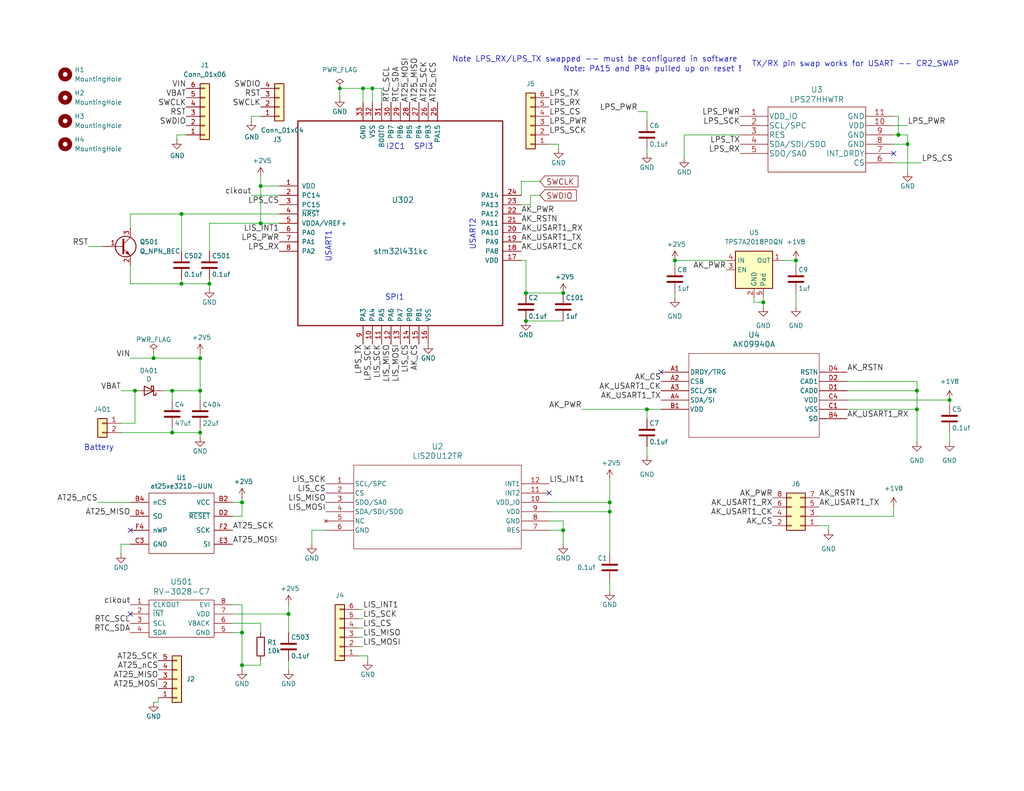
<source format=kicad_sch>
(kicad_sch (version 20231120) (generator "eeschema") (generator_version "8.0")
  (paper "USLetter")
  (title_block (title "Tag with Mag, Accel,Pressure") (date "2025-03-20") (company "IUCS") (comment 1 "Geoffrey Brown"))
  (junction (at 166.37 139.7))
  (junction (at 217.17 71.12))
  (junction (at 49.53 58.42))
  (junction (at 259.08 109.22))
  (junction (at 46.99 118.11))
  (junction (at 66.04 172.72))
  (junction (at 54.61 97.79))
  (junction (at 153.67 144.78))
  (junction (at 92.71 24.13))
  (junction (at 208.28 82.55))
  (junction (at 166.37 137.16))
  (junction (at 143.51 87.63))
  (junction (at 99.06 24.13))
  (junction (at 71.12 50.8))
  (junction (at 250.19 111.76))
  (junction (at 78.74 167.64))
  (junction (at 46.99 106.68))
  (junction (at 49.53 77.47))
  (junction (at 57.15 77.47))
  (junction (at 143.51 80.01))
  (junction (at 245.11 36.83))
  (junction (at 176.53 111.76))
  (junction (at 36.83 106.68))
  (junction (at 247.65 39.37))
  (junction (at 153.67 80.01))
  (junction (at 54.61 106.68))
  (junction (at 101.6 24.13))
  (junction (at 66.04 181.61))
  (junction (at 66.04 137.16))
  (junction (at 41.91 97.79))
  (junction (at 71.12 60.96))
  (junction (at 54.61 118.11))
  (junction (at 250.19 106.68))
  (junction (at 184.15 71.12))
  (no_connect (at 243.84 41.91))
  (no_connect (at 35.56 144.78))
  (no_connect (at 149.86 134.62))
  (no_connect (at 180.34 101.6))
  (no_connect (at 35.56 167.64))
  (wire (pts (xy 66.04 140.97) (xy 66.04 137.16)))
  (wire (pts (xy 176.53 40.64) (xy 176.53 41.91)))
  (wire (pts (xy 66.04 181.61) (xy 66.04 182.88)))
  (wire (pts (xy 243.84 140.97) (xy 243.84 138.43)))
  (wire (pts (xy 63.5 167.64) (xy 78.74 167.64)))
  (wire (pts (xy 35.56 58.42) (xy 49.53 58.42)))
  (wire (pts (xy 97.79 179.07) (xy 100.33 179.07)))
  (wire (pts (xy 243.84 44.45) (xy 251.46 44.45)))
  (wire (pts (xy 41.91 96.52) (xy 41.91 97.79)))
  (wire (pts (xy 85.09 144.78) (xy 85.09 148.59)))
  (wire (pts (xy 54.61 106.68) (xy 54.61 109.22)))
  (wire (pts (xy 92.71 26.67) (xy 92.71 24.13)))
  (wire (pts (xy 71.12 180.34) (xy 71.12 181.61)))
  (wire (pts (xy 49.53 58.42) (xy 49.53 68.58)))
  (wire (pts (xy 143.51 71.12) (xy 143.51 80.01)))
  (wire (pts (xy 217.17 71.12) (xy 217.17 72.39)))
  (wire (pts (xy 250.19 104.14) (xy 250.19 106.68)))
  (wire (pts (xy 176.53 30.48) (xy 176.53 33.02)))
  (wire (pts (xy 149.86 144.78) (xy 153.67 144.78)))
  (wire (pts (xy 97.79 173.99) (xy 99.06 173.99)))
  (wire (pts (xy 78.74 167.64) (xy 78.74 172.72)))
  (wire (pts (xy 259.08 109.22) (xy 259.08 110.49)))
  (wire (pts (xy 71.12 170.18) (xy 71.12 172.72)))
  (wire (pts (xy 243.84 31.75) (xy 245.11 31.75)))
  (wire (pts (xy 49.53 77.47) (xy 57.15 77.47)))
  (wire (pts (xy 245.11 36.83) (xy 247.65 36.83)))
  (wire (pts (xy 46.99 118.11) (xy 54.61 118.11)))
  (wire (pts (xy 243.84 34.29) (xy 247.65 34.29)))
  (wire (pts (xy 71.12 60.96) (xy 76.2 60.96)))
  (wire (pts (xy 250.19 111.76) (xy 250.19 120.65)))
  (wire (pts (xy 99.06 24.13) (xy 99.06 27.94)))
  (wire (pts (xy 71.12 181.61) (xy 66.04 181.61)))
  (wire (pts (xy 57.15 76.2) (xy 57.15 77.47)))
  (wire (pts (xy 180.34 111.76) (xy 176.53 111.76)))
  (wire (pts (xy 100.33 179.07) (xy 100.33 180.34)))
  (wire (pts (xy 142.24 71.12) (xy 143.51 71.12)))
  (wire (pts (xy 71.12 31.75) (xy 68.58 31.75)))
  (wire (pts (xy 33.02 148.59) (xy 33.02 151.13)))
  (wire (pts (xy 66.04 137.16) (xy 66.04 135.89)))
  (wire (pts (xy 153.67 144.78) (xy 153.67 148.59)))
  (wire (pts (xy 149.86 142.24) (xy 153.67 142.24)))
  (wire (pts (xy 231.14 106.68) (xy 250.19 106.68)))
  (wire (pts (xy 101.6 24.13) (xy 104.14 24.13)))
  (wire (pts (xy 208.28 81.28) (xy 208.28 82.55)))
  (wire (pts (xy 97.79 168.91) (xy 99.06 168.91)))
  (wire (pts (xy 57.15 77.47) (xy 57.15 78.74)))
  (wire (pts (xy 68.58 53.34) (xy 76.2 53.34)))
  (wire (pts (xy 33.02 106.68) (xy 36.83 106.68)))
  (wire (pts (xy 173.99 30.48) (xy 176.53 30.48)))
  (wire (pts (xy 33.02 118.11) (xy 46.99 118.11)))
  (wire (pts (xy 46.99 106.68) (xy 46.99 109.22)))
  (wire (pts (xy 54.61 116.84) (xy 54.61 118.11)))
  (wire (pts (xy 35.56 97.79) (xy 41.91 97.79)))
  (wire (pts (xy 76.2 58.42) (xy 49.53 58.42)))
  (wire (pts (xy 35.56 62.23) (xy 35.56 58.42)))
  (wire (pts (xy 35.56 72.39) (xy 35.56 77.47)))
  (wire (pts (xy 71.12 60.96) (xy 57.15 60.96)))
  (wire (pts (xy 99.06 24.13) (xy 101.6 24.13)))
  (wire (pts (xy 97.79 166.37) (xy 99.06 166.37)))
  (wire (pts (xy 43.18 190.5) (xy 43.18 191.77)))
  (wire (pts (xy 43.18 191.77) (xy 41.91 191.77)))
  (wire (pts (xy 46.99 116.84) (xy 46.99 118.11)))
  (wire (pts (xy 54.61 97.79) (xy 54.61 106.68)))
  (wire (pts (xy 104.14 24.13) (xy 104.14 27.94)))
  (wire (pts (xy 231.14 111.76) (xy 250.19 111.76)))
  (wire (pts (xy 44.45 106.68) (xy 46.99 106.68)))
  (wire (pts (xy 158.75 111.76) (xy 176.53 111.76)))
  (wire (pts (xy 166.37 130.81) (xy 166.37 137.16)))
  (wire (pts (xy 142.24 53.34) (xy 142.24 49.53)))
  (wire (pts (xy 63.5 170.18) (xy 71.12 170.18)))
  (wire (pts (xy 186.69 36.83) (xy 186.69 43.18)))
  (wire (pts (xy 50.8 36.83) (xy 48.26 36.83)))
  (wire (pts (xy 153.67 142.24) (xy 153.67 144.78)))
  (wire (pts (xy 63.5 140.97) (xy 66.04 140.97)))
  (wire (pts (xy 63.5 137.16) (xy 66.04 137.16)))
  (wire (pts (xy 88.9 144.78) (xy 85.09 144.78)))
  (wire (pts (xy 152.4 39.37) (xy 152.4 40.64)))
  (wire (pts (xy 243.84 39.37) (xy 247.65 39.37)))
  (wire (pts (xy 226.06 143.51) (xy 226.06 144.78)))
  (wire (pts (xy 36.83 115.57) (xy 33.02 115.57)))
  (wire (pts (xy 176.53 121.92) (xy 176.53 124.46)))
  (wire (pts (xy 92.71 24.13) (xy 99.06 24.13)))
  (wire (pts (xy 184.15 80.01) (xy 184.15 81.28)))
  (wire (pts (xy 71.12 48.26) (xy 71.12 50.8)))
  (wire (pts (xy 205.74 81.28) (xy 205.74 82.55)))
  (wire (pts (xy 208.28 82.55) (xy 208.28 83.82)))
  (wire (pts (xy 142.24 49.53) (xy 147.32 49.53)))
  (wire (pts (xy 247.65 39.37) (xy 247.65 46.99)))
  (wire (pts (xy 36.83 106.68) (xy 36.83 115.57)))
  (wire (pts (xy 57.15 68.58) (xy 57.15 60.96)))
  (wire (pts (xy 149.86 139.7) (xy 166.37 139.7)))
  (wire (pts (xy 247.65 36.83) (xy 247.65 39.37)))
  (wire (pts (xy 97.79 176.53) (xy 99.06 176.53)))
  (wire (pts (xy 66.04 165.1) (xy 66.04 172.72)))
  (wire (pts (xy 63.5 165.1) (xy 66.04 165.1)))
  (wire (pts (xy 71.12 50.8) (xy 71.12 60.96)))
  (wire (pts (xy 24.13 67.31) (xy 27.94 67.31)))
  (wire (pts (xy 143.51 80.01) (xy 153.67 80.01)))
  (wire (pts (xy 144.78 53.34) (xy 147.32 53.34)))
  (wire (pts (xy 149.86 39.37) (xy 152.4 39.37)))
  (wire (pts (xy 35.56 77.47) (xy 49.53 77.47)))
  (wire (pts (xy 68.58 31.75) (xy 68.58 33.02)))
  (wire (pts (xy 223.52 140.97) (xy 243.84 140.97)))
  (wire (pts (xy 78.74 165.1) (xy 78.74 167.64)))
  (wire (pts (xy 231.14 109.22) (xy 259.08 109.22)))
  (wire (pts (xy 97.79 171.45) (xy 99.06 171.45)))
  (wire (pts (xy 166.37 139.7) (xy 166.37 151.13)))
  (wire (pts (xy 49.53 76.2) (xy 49.53 77.47)))
  (wire (pts (xy 66.04 172.72) (xy 66.04 181.61)))
  (wire (pts (xy 63.5 172.72) (xy 66.04 172.72)))
  (wire (pts (xy 198.12 71.12) (xy 184.15 71.12)))
  (wire (pts (xy 54.61 118.11) (xy 54.61 119.38)))
  (wire (pts (xy 250.19 106.68) (xy 250.19 111.76)))
  (wire (pts (xy 71.12 50.8) (xy 76.2 50.8)))
  (wire (pts (xy 54.61 96.52) (xy 54.61 97.79)))
  (wire (pts (xy 78.74 180.34) (xy 78.74 182.88)))
  (wire (pts (xy 231.14 104.14) (xy 250.19 104.14)))
  (wire (pts (xy 213.36 71.12) (xy 217.17 71.12)))
  (wire (pts (xy 166.37 137.16) (xy 166.37 139.7)))
  (wire (pts (xy 223.52 143.51) (xy 226.06 143.51)))
  (wire (pts (xy 243.84 36.83) (xy 245.11 36.83)))
  (wire (pts (xy 149.86 137.16) (xy 166.37 137.16)))
  (wire (pts (xy 35.56 148.59) (xy 33.02 148.59)))
  (wire (pts (xy 176.53 111.76) (xy 176.53 114.3)))
  (wire (pts (xy 166.37 158.75) (xy 166.37 161.29)))
  (wire (pts (xy 26.67 137.16) (xy 35.56 137.16)))
  (wire (pts (xy 101.6 24.13) (xy 101.6 27.94)))
  (wire (pts (xy 184.15 71.12) (xy 184.15 72.39)))
  (wire (pts (xy 201.93 36.83) (xy 186.69 36.83)))
  (wire (pts (xy 142.24 55.88) (xy 144.78 55.88)))
  (wire (pts (xy 48.26 36.83) (xy 48.26 38.1)))
  (wire (pts (xy 217.17 80.01) (xy 217.17 83.82)))
  (wire (pts (xy 205.74 82.55) (xy 208.28 82.55)))
  (wire (pts (xy 144.78 55.88) (xy 144.78 53.34)))
  (wire (pts (xy 245.11 31.75) (xy 245.11 36.83)))
  (wire (pts (xy 259.08 118.11) (xy 259.08 120.65)))
  (wire (pts (xy 153.67 87.63) (xy 143.51 87.63)))
  (wire (pts (xy 46.99 106.68) (xy 54.61 106.68)))
  (wire (pts (xy 41.91 97.79) (xy 54.61 97.79)))
  (text "TX/RX pin swap works for USART -- CR2_SWAP" (at 233.426 17.526 0) (effects (font (size 1.524 1.524))))
  (text "Battery" (at 22.86 123.19 0) (effects (font (size 1.524 1.524)) (justify left bottom)))
  (text "SPI3" (at 115.57 40.132 0) (effects (font (size 1.524 1.524))))
  (text "Note: PA15 and PB4 pulled up on reset !" (at 153.67 19.812 0) (effects (font (size 1.524 1.524)) (justify left bottom)))
  (text "I2C1" (at 107.95 40.132 0) (effects (font (size 1.524 1.524))))
  (text "Note LPS_RX/LPS_TX swapped -- must be configured in software" (at 162.306 16.256 0) (effects (font (size 1.524 1.524))))
  (text "USART2" (at 129.032 64.008 90) (effects (font (size 1.524 1.524))))
  (text "SPI1" (at 107.696 81.28 0) (effects (font (size 1.524 1.524))))
  (text "USART1" (at 89.662 67.31 90) (effects (font (size 1.524 1.524))))
  (label "LIS_CS" (at 111.76 93.98 270) (effects (font (size 1.524 1.524))))
  (label "LPS_RX" (at 201.93 41.91 180) (effects (font (size 1.524 1.524))))
  (label "AT25_nCS" (at 26.67 137.16 180) (effects (font (size 1.524 1.524))))
  (label "AK_USART1_TX" (at 180.34 109.22 180) (effects (font (size 1.524 1.524))))
  (label "SWDIO" (at 50.8 34.29 180) (effects (font (size 1.524 1.524))))
  (label "LPS_CS" (at 149.86 31.75 0) (effects (font (size 1.524 1.524))))
  (label "LPS_PWR" (at 149.86 34.29 0) (effects (font (size 1.524 1.524))))
  (label "AK_USART1_CK" (at 180.34 106.68 180) (effects (font (size 1.524 1.524))))
  (label "RST" (at 71.12 26.67 180) (effects (font (size 1.524 1.524))))
  (label "LIS_INT1" (at 149.86 132.08 0) (effects (font (size 1.524 1.524))))
  (label "SWCLK" (at 50.8 29.21 180) (effects (font (size 1.524 1.524))))
  (label "LIS_CS" (at 99.06 171.45 0) (effects (font (size 1.524 1.524))))
  (label "AT25_SCK" (at 116.84 27.94 90) (effects (font (size 1.524 1.524))))
  (label "AK_USART1_TX" (at 142.24 66.04 0) (effects (font (size 1.524 1.524))))
  (label "RTC_SDA" (at 109.22 27.94 90) (effects (font (size 1.524 1.524))))
  (label "AK_USART1_RX" (at 210.82 138.43 180) (effects (font (size 1.524 1.524))))
  (label "AK_RSTN" (at 142.24 60.96 0) (effects (font (size 1.524 1.524))))
  (label "LPS_TX" (at 149.86 26.67 0) (effects (font (size 1.524 1.524))))
  (label "LPS_PWR" (at 173.99 30.48 180) (effects (font (size 1.524 1.524))))
  (label "LIS_MOSI" (at 109.22 93.98 270) (effects (font (size 1.524 1.524))))
  (label "VIN" (at 50.8 24.13 180) (effects (font (size 1.524 1.524))))
  (label "LPS_SCK" (at 201.93 34.29 180) (effects (font (size 1.524 1.524))))
  (label "AK_USART1_RX" (at 142.24 63.5 0) (effects (font (size 1.524 1.524))))
  (label "LPS_RX" (at 149.86 29.21 0) (effects (font (size 1.524 1.524))))
  (label "AK_CS" (at 180.34 104.14 180) (effects (font (size 1.524 1.524))))
  (label "LIS_INT1" (at 99.06 166.37 0) (effects (font (size 1.524 1.524))))
  (label "LIS_MOSI" (at 88.9 139.7 180) (effects (font (size 1.524 1.524))))
  (label "RTC_SCL" (at 35.56 170.18 180) (effects (font (size 1.524 1.524))))
  (label "AK_USART1_CK" (at 210.82 140.97 180) (effects (font (size 1.524 1.524))))
  (label "AK_CS" (at 210.82 143.51 180) (effects (font (size 1.524 1.524))))
  (label "AT25_MISO" (at 35.56 140.97 180) (effects (font (size 1.524 1.524))))
  (label "AT25_MISO" (at 114.3 27.94 90) (effects (font (size 1.524 1.524))))
  (label "AK_USART1_CK" (at 142.24 68.58 0) (effects (font (size 1.524 1.524))))
  (label "AT25_MISO" (at 43.18 185.42 180) (effects (font (size 1.524 1.524))))
  (label "LIS_INT1" (at 76.2 63.5 180) (effects (font (size 1.524 1.524))))
  (label "AT25_SCK" (at 43.18 180.34 180) (effects (font (size 1.524 1.524))))
  (label "AK_USART1_RX" (at 231.14 114.3 0) (effects (font (size 1.524 1.524))))
  (label "AK_RSTN" (at 231.14 101.6 0) (effects (font (size 1.524 1.524))))
  (label "VBAT" (at 50.8 26.67 180) (effects (font (size 1.524 1.524))))
  (label "LPS_SCK" (at 149.86 36.83 0) (effects (font (size 1.524 1.524))))
  (label "LPS_CS" (at 76.2 55.88 180) (effects (font (size 1.524 1.524))))
  (label "AT25_MOSI" (at 63.5 148.59 0) (effects (font (size 1.524 1.524))))
  (label "LIS_MISO" (at 106.68 93.98 270) (effects (font (size 1.524 1.524))))
  (label "clkout" (at 68.58 53.34 180) (effects (font (size 1.524 1.524))))
  (label "RTC_SCL" (at 106.68 27.94 90) (effects (font (size 1.524 1.524))))
  (label "LIS_MISO" (at 88.9 137.16 180) (effects (font (size 1.524 1.524))))
  (label "AT25_MOSI" (at 43.18 187.96 180) (effects (font (size 1.524 1.524))))
  (label "LPS_TX" (at 201.93 39.37 180) (effects (font (size 1.524 1.524))))
  (label "SWDIO" (at 71.12 24.13 180) (effects (font (size 1.524 1.524))))
  (label "AK_CS" (at 114.3 93.98 270) (effects (font (size 1.524 1.524))))
  (label "AK_RSTN" (at 223.52 135.89 0) (effects (font (size 1.524 1.524))))
  (label "LPS_PWR" (at 201.93 31.75 180) (effects (font (size 1.524 1.524))))
  (label "AK_PWR" (at 142.24 58.42 0) (effects (font (size 1.524 1.524))))
  (label "LPS_RX" (at 76.2 68.58 180) (effects (font (size 1.524 1.524))))
  (label "LPS_PWR" (at 76.2 66.04 180) (effects (font (size 1.524 1.524))))
  (label "AK_PWR" (at 158.75 111.76 180) (effects (font (size 1.524 1.524))))
  (label "RST" (at 24.13 67.31 180) (effects (font (size 1.524 1.524))))
  (label "LPS_TX" (at 99.06 93.98 270) (effects (font (size 1.524 1.524))))
  (label "SWCLK" (at 71.12 29.21 180) (effects (font (size 1.524 1.524))))
  (label "AT25_MOSI" (at 111.76 27.94 90) (effects (font (size 1.524 1.524))))
  (label "LIS_MISO" (at 99.06 173.99 0) (effects (font (size 1.524 1.524))))
  (label "AK_PWR" (at 198.12 73.66 180) (effects (font (size 1.524 1.524))))
  (label "AK_USART1_TX" (at 223.52 138.43 0) (effects (font (size 1.524 1.524))))
  (label "RTC_SDA" (at 35.56 172.72 180) (effects (font (size 1.524 1.524))))
  (label "AT25_nCS" (at 43.18 182.88 180) (effects (font (size 1.524 1.524))))
  (label "AK_PWR" (at 210.82 135.89 180) (effects (font (size 1.524 1.524))))
  (label "RST" (at 50.8 31.75 180) (effects (font (size 1.524 1.524))))
  (label "LIS_SCK" (at 99.06 168.91 0) (effects (font (size 1.524 1.524))))
  (label "AT25_nCS" (at 119.38 27.94 90) (effects (font (size 1.524 1.524))))
  (label "LPS_SCK" (at 101.6 93.98 270) (effects (font (size 1.524 1.524))))
  (label "LIS_MOSI" (at 99.06 176.53 0) (effects (font (size 1.524 1.524))))
  (label "VIN" (at 35.56 97.79 180) (effects (font (size 1.524 1.524))))
  (label "LIS_SCK" (at 104.14 93.98 270) (effects (font (size 1.524 1.524))))
  (label "LPS_PWR" (at 247.65 34.29 0) (effects (font (size 1.524 1.524))))
  (label "AT25_SCK" (at 63.5 144.78 0) (effects (font (size 1.524 1.524))))
  (label "LIS_SCK" (at 88.9 132.08 180) (effects (font (size 1.524 1.524))))
  (label "clkout" (at 35.56 165.1 180) (effects (font (size 1.524 1.524))))
  (label "LIS_CS" (at 88.9 134.62 180) (effects (font (size 1.524 1.524))))
  (label "LPS_CS" (at 251.46 44.45 0) (effects (font (size 1.524 1.524))))
  (label "VBAT" (at 33.02 106.68 180) (effects (font (size 1.524 1.524))))
  (global_label "SWDIO" (shape input) (at 147.32 53.34 0) (effects (font (size 1.524 1.524))) (property "Intersheetrefs" "${INTERSHEET_REFS}" (effects (hide yes))))
  (global_label "SWCLK" (shape input) (at 147.32 49.53 0) (effects (font (size 1.524 1.524))) (property "Intersheetrefs" "${INTERSHEET_REFS}" (effects (hide yes))))
  (symbol (lib_id "PresTag:stm32l432-gpsparts") (at 76.2 50.8 0) (unit 1)
    (property "Reference" "U302" (at 113.03 54.61 0) (effects (font (size 1.524 1.524)) (justify right)))
    (property "Value" "stm32l431kc" (at 116.84 68.58 0) (effects (font (size 1.524 1.524)) (justify right)))
    (property "Footprint" "Package_DFN_QFN:QFN-32-1EP_5x5mm_P0.5mm_EP3.45x3.45mm" (effects (hide yes)))
    (property "MFN" "STMicroelectronics" (effects (hide yes)))
    (property "DISTPN" "511-STM32L431KCU6" (effects (hide yes)))
    (property "MPN" "STM32L431KCU6" (effects (hide yes)))
  )
  (symbol (lib_id "Device:C") (at 49.53 72.39 0) (unit 1)
    (property "Reference" "C502" (at 50.165 69.85 0) (effects (justify left)))
    (property "Value" "0.1uf" (at 50.165 74.93 0) (effects (justify left)))
    (property "Footprint" "Capacitor_SMD:C_0201_0603Metric" (effects (hide yes)))
    (property "Macrofab" "MF-CAP-0402-0.1uF" (effects (hide yes)))
    (property "MFN" "Murata" (effects (hide yes)))
    (property "MPN" "GRM033C81E104KE14D" (effects (hide yes)))
    (property "DISTPN" "490-10403-1-ND" (effects (hide yes)))
  )
  (symbol (lib_id "Device:C") (at 57.15 72.39 0) (unit 1)
    (property "Reference" "C501" (at 57.785 69.85 0) (effects (justify left)))
    (property "Value" "0.1uf" (at 57.785 74.93 0) (effects (justify left)))
    (property "Footprint" "Capacitor_SMD:C_0201_0603Metric" (effects (hide yes)))
    (property "Macrofab" "MF-CAP-0402-0.1uF" (effects (hide yes)))
    (property "MFN" "Murata" (effects (hide yes)))
    (property "MPN" "GRM033C81E104KE14D" (effects (hide yes)))
    (property "DISTPN" "490-10403-1-ND" (effects (hide yes)))
  )
  (symbol (lib_id "Device:Q_NPN_BEC") (at 33.02 67.31 0) (unit 1)
    (property "Reference" "Q501" (at 38.1 66.04 0) (effects (justify left)))
    (property "Value" "Q_NPN_BEC" (at 38.1 68.58 0) (effects (justify left)))
    (property "Footprint" "Package_TO_SOT_SMD:SOT-883" (effects (hide yes)))
    (property "MFN" "Nexperia" (effects (hide yes)))
    (property "MPN" "BC847AMB,315" (effects (hide yes)))
    (property "DISTPN" "1727-2632-1-ND" (effects (hide yes)))
  )
  (symbol (lib_id "Device:C") (at 78.74 176.53 0) (unit 1)
    (property "Reference" "C503" (at 79.375 173.99 0) (effects (justify left)))
    (property "Value" "0.1uf" (at 79.375 179.07 0) (effects (justify left)))
    (property "Footprint" "Capacitor_SMD:C_0201_0603Metric" (effects (hide yes)))
    (property "MFN" "Murata" (effects (hide yes)))
    (property "MPN" "GRM033C81E104KE14D" (effects (hide yes)))
    (property "DISTPN" "490-10403-1-ND" (effects (hide yes)))
    (property "Macrofab" "MF-CAP-0402-0.1uF" (effects (hide yes)))
  )
  (symbol (lib_name "GND_3") (lib_id "power:GND") (at 33.02 151.13 0) (unit 1)
    (property "Reference" "#PWR0102" (effects (hide yes)))
    (property "Value" "GND" (at 33.02 154.94 0))
    (property "Description" "Power symbol creates a global label with name \"GND\" , ground" (effects (hide yes)))
  )
  (symbol (lib_name "GND_5") (lib_id "power:GND") (at 57.15 78.74 0) (unit 1)
    (property "Reference" "#PWR0109" (effects (hide yes)))
    (property "Value" "GND" (at 57.15 82.55 0))
    (property "Description" "Power symbol creates a global label with name \"GND\" , ground" (effects (hide yes)))
  )
  (symbol (lib_name "GND_9") (lib_id "power:GND") (at 116.84 93.98 0) (unit 1)
    (property "Reference" "#PWR0103" (effects (hide yes)))
    (property "Value" "GND" (at 116.84 97.79 0))
    (property "Description" "Power symbol creates a global label with name \"GND\" , ground" (effects (hide yes)))
  )
  (symbol (lib_name "+2V5_3") (lib_id "power:+2V5") (at 71.12 48.26 0) (unit 1)
    (property "Reference" "#PWR0105" (effects (hide yes)))
    (property "Value" "+2V5" (at 71.501 43.8658 0))
    (property "Description" "Power symbol creates a global label with name \"+2V5\"" (effects (hide yes)))
  )
  (symbol (lib_id "power:+2V5") (at 153.67 80.01 0) (unit 1)
    (property "Reference" "#PWR0108" (effects (hide yes)))
    (property "Value" "+2V5" (at 154.051 75.6158 0))
    (property "Description" "Power symbol creates a global label with name \"+2V5\"" (effects (hide yes)))
  )
  (symbol (lib_name "GND_4") (lib_id "power:GND") (at 92.71 26.67 0) (unit 1)
    (property "Reference" "#PWR0110" (effects (hide yes)))
    (property "Value" "GND" (at 92.71 30.48 0))
    (property "Description" "Power symbol creates a global label with name \"GND\" , ground" (effects (hide yes)))
  )
  (symbol (lib_name "GND_11") (lib_id "power:GND") (at 66.04 182.88 0) (unit 1)
    (property "Reference" "#PWR0112" (effects (hide yes)))
    (property "Value" "GND" (at 66.04 186.69 0))
    (property "Description" "Power symbol creates a global label with name \"GND\" , ground" (effects (hide yes)))
  )
  (symbol (lib_name "GND_12") (lib_id "power:GND") (at 78.74 182.88 0) (unit 1)
    (property "Reference" "#PWR0113" (effects (hide yes)))
    (property "Value" "GND" (at 78.74 186.69 0))
    (property "Description" "Power symbol creates a global label with name \"GND\" , ground" (effects (hide yes)))
  )
  (symbol (lib_name "+2V5_4") (lib_id "power:+2V5") (at 78.74 165.1 0) (unit 1)
    (property "Reference" "#PWR0114" (effects (hide yes)))
    (property "Value" "+2V5" (at 79.121 160.7058 0))
    (property "Description" "Power symbol creates a global label with name \"+2V5\"" (effects (hide yes)))
  )
  (symbol (lib_name "+2V5_1") (lib_id "power:+2V5") (at 54.61 96.52 0) (unit 1)
    (property "Reference" "#PWR0115" (effects (hide yes)))
    (property "Value" "+2V5" (at 54.991 92.1258 0))
    (property "Description" "Power symbol creates a global label with name \"+2V5\"" (effects (hide yes)))
  )
  (symbol (lib_name "PWR_FLAG_1") (lib_id "power:PWR_FLAG") (at 41.91 96.52 0) (unit 1)
    (property "Reference" "#FLG0102" (effects (hide yes)))
    (property "Value" "PWR_FLAG" (at 41.91 92.71 0))
    (property "Description" "Special symbol for telling ERC where power comes from" (effects (hide yes)))
  )
  (symbol (lib_name "GND_1") (lib_id "power:GND") (at 54.61 119.38 0) (unit 1)
    (property "Reference" "#PWR0116" (effects (hide yes)))
    (property "Value" "GND" (at 54.61 123.19 0))
    (property "Description" "Power symbol creates a global label with name \"GND\" , ground" (effects (hide yes)))
  )
  (symbol (lib_id "Connector_Generic:Conn_01x02") (at 27.94 115.57 0) (mirror y) (unit 1) (in_bom no)
    (property "Reference" "J401" (at 27.94 111.76 0))
    (property "Value" "CONN_01X02" (effects (hide yes)))
    (property "Footprint" "library:MS621" (effects (hide yes)))
    (property "Populate" "No" (effects (hide yes)))
    (property "Config" "DNF" (effects (hide yes)))
    (property "DNP" "1" (effects (hide yes)))
  )
  (symbol (lib_id "Device:D_Schottky") (at 40.64 106.68 180) (unit 1)
    (property "Reference" "D401" (at 40.64 101.1936 0))
    (property "Value" "D" (at 40.64 103.505 0))
    (property "Footprint" "Diode_SMD:D_0402_1005Metric" (effects (hide yes)))
    (property "MFN" "COMCHIP" (effects (hide yes)))
    (property "MPN" "CDBQC0130L-HF" (effects (hide yes)))
    (property "DISTPN" "641-1519-1-ND" (effects (hide yes)))
  )
  (symbol (lib_id "Device:C") (at 54.61 113.03 0) (unit 1)
    (property "Reference" "C404" (at 55.245 110.49 0) (effects (justify left)))
    (property "Value" "22uf" (at 55.245 115.57 0) (effects (justify left)))
    (property "Footprint" "Capacitor_SMD:C_0402_1005Metric" (effects (hide yes)))
    (property "DISTPN" "478-9839-1-ND" (effects (hide yes)))
    (property "MFN" "AVX" (effects (hide yes)))
    (property "MPN" "04026D226MAT2A" (effects (hide yes)))
  )
  (symbol (lib_name "+2V5_2") (lib_id "power:+2V5") (at 66.04 135.89 0) (unit 1)
    (property "Reference" "#PWR0107" (effects (hide yes)))
    (property "Value" "+2V5" (at 66.421 131.4958 0))
    (property "Description" "Power symbol creates a global label with name \"+2V5\"" (effects (hide yes)))
  )
  (symbol (lib_id "PresTag:RV-3028-C7-gpsparts") (at 49.53 168.91 0) (unit 1)
    (property "Reference" "U501" (at 49.53 158.8262 0) (effects (font (size 1.524 1.524))))
    (property "Value" "RV-3028-C7" (at 49.53 161.5186 0) (effects (font (size 1.524 1.524))))
    (property "Footprint" "library:RV-8803-C7" (effects (hide yes)))
    (property "DISTPN" "2195-RV-3028-C732.768KHZ1PPM-TA-QCCT-ND" (effects (hide yes)))
    (property "MFN" "Micro Crystal" (effects (hide yes)))
    (property "MPN" "RV-3028-C7 32.768KHZ 1PPM-TA-QC" (effects (hide yes)))
  )
  (symbol (lib_id "Device:R") (at 71.12 176.53 0) (unit 1)
    (property "Reference" "R1" (at 72.898 175.3616 0) (effects (justify left)))
    (property "Value" "10k" (at 72.898 177.673 0) (effects (justify left)))
    (property "Footprint" "Resistor_SMD:R_0201_0603Metric" (effects (hide yes)))
    (property "DISTPN" "311-10.0KMCT-ND" (effects (hide yes)))
    (property "MFN" "Yaego" (effects (hide yes)))
    (property "MPN" "RC0201FR-0710KL" (effects (hide yes)))
    (property "Macrofab" "MF-RES-0402-10K" (effects (hide yes)))
  )
  (symbol (lib_id "at25xe:at25ex321D-UUN") (at 49.53 140.97 0) (unit 1)
    (property "Reference" "U1" (at 49.53 130.429 0))
    (property "Value" "at25xe321D-UUN" (at 49.53 132.7404 0))
    (property "Footprint" "library:adesto_wlcsp12" (effects (hide yes)))
    (property "DISTPN" "724-AT25FF321A-UUN-T" (effects (hide yes)))
    (property "MFN" "Renesas" (effects (hide yes)))
    (property "MPN" "AT25XE321D-UUN-T" (effects (hide yes)))
  )
  (symbol (lib_id "Device:C") (at 143.51 83.82 0) (unit 1)
    (property "Reference" "C2" (at 144.145 81.28 0) (effects (justify left)))
    (property "Value" "0.1uf" (at 144.145 86.36 0) (effects (justify left)))
    (property "Footprint" "Capacitor_SMD:C_0201_0603Metric" (effects (hide yes)))
    (property "Macrofab" "MF-CAP-0402-0.1uF" (effects (hide yes)))
    (property "MFN" "Murata" (effects (hide yes)))
    (property "MPN" "GRM033C81E104KE14D" (effects (hide yes)))
    (property "DISTPN" "490-10403-1-ND" (effects (hide yes)))
  )
  (symbol (lib_id "power:GND") (at 143.51 87.63 0) (unit 1)
    (property "Reference" "#PWR0101" (effects (hide yes)))
    (property "Value" "GND" (at 143.51 91.44 0))
    (property "Description" "Power symbol creates a global label with name \"GND\" , ground" (effects (hide yes)))
  )
  (symbol (lib_id "Device:C") (at 153.67 83.82 0) (unit 1)
    (property "Reference" "C101" (at 154.305 81.28 0) (effects (justify left)))
    (property "Value" "1uf" (at 154.305 86.36 0) (effects (justify left)))
    (property "Footprint" "Capacitor_SMD:C_0201_0603Metric" (effects (hide yes)))
    (property "MFN" "Murata" (effects (hide yes)))
    (property "MPN" "GRM033R60J105MEA2D" (effects (hide yes)))
    (property "DISTPN" "490-7229-1-ND" (effects (hide yes)))
  )
  (symbol (lib_id "Device:C") (at 184.15 76.2 0) (unit 1)
    (property "Reference" "C8" (at 184.785 73.66 0) (effects (justify left)))
    (property "Value" "1uf" (at 184.785 78.74 0) (effects (justify left)))
    (property "Footprint" "Capacitor_SMD:C_0201_0603Metric" (effects (hide yes)))
    (property "MFN" "Murata" (effects (hide yes)))
    (property "MPN" "GRM033R60J105MEA2D" (effects (hide yes)))
    (property "DISTPN" "490-7229-1-ND" (effects (hide yes)))
  )
  (symbol (lib_id "power:+2V5") (at 166.37 130.81 0) (unit 1)
    (property "Reference" "#PWR6" (effects (hide yes)))
    (property "Value" "+2V5" (at 166.751 126.4158 0))
  )
  (symbol (lib_id "Device:C") (at 46.99 113.03 0) (unit 1)
    (property "Reference" "C4" (at 47.625 110.49 0) (effects (justify left)))
    (property "Value" "47uf" (at 47.625 115.57 0) (effects (justify left)))
    (property "Footprint" "Capacitor_SMD:C_0603_1608Metric" (effects (hide yes)))
    (property "DISTPN" "478-11180-1-ND" (effects (hide yes)))
    (property "MFN" "KYOCERA AVX" (effects (hide yes)))
    (property "MPN" "06036D476MAT2A" (effects (hide yes)))
  )
  (symbol (lib_id "Mechanical:MountingHole") (at 17.78 26.67 0) (unit 1) (exclude_from_sim yes) (in_bom no)
    (property "Reference" "H2" (at 20.32 25.3999 0) (effects (justify left)))
    (property "Value" "MountingHole" (at 20.32 27.9399 0) (effects (justify left)))
    (property "Footprint" "MountingHole:MountingHole_2.5mm" (effects (hide yes)))
    (property "Description" "Mounting Hole without connection" (effects (hide yes)))
  )
  (symbol (lib_id "Connector_Generic:Conn_01x04") (at 76.2 29.21 0) (mirror x) (unit 1) (in_bom no)
    (property "Reference" "J3" (at 74.422 38.1001 0) (effects (justify left)))
    (property "Value" "Conn_01x04" (at 71.12 35.5601 0) (effects (justify left)))
    (property "Footprint" "Connector_PinHeader_2.54mm:PinHeader_1x04_P2.54mm_Vertical" (effects (hide yes)))
    (property "Description" "Generic connector, single row, 01x04, script generated (kicad-library-utils/schlib/autogen/connector/)" (effects (hide yes)))
  )
  (symbol (lib_id "power:+1V8") (at 259.08 109.22 0) (unit 1)
    (property "Reference" "#PWR17" (effects (hide yes)))
    (property "Value" "+1V8" (at 259.08 104.14 0))
    (property "Description" "Power symbol creates a global label with name \"+1V8\"" (effects (hide yes)))
  )
  (symbol (lib_id "Device:C") (at 166.37 154.94 0) (mirror y) (unit 1)
    (property "Reference" "C1" (at 165.735 152.4 0) (effects (justify left)))
    (property "Value" "0.1uf" (at 162.56 154.94 0) (effects (justify left)))
    (property "Footprint" "Capacitor_SMD:C_0201_0603Metric" (effects (hide yes)))
    (property "MFN" "Murata" (effects (hide yes)))
    (property "DISTPN" "490-10403-1-ND" (effects (hide yes)))
    (property "MPN" "GRM033C81E104KE14D" (effects (hide yes)))
    (property "LCSC" "C181047" (effects (hide yes)))
  )
  (symbol (lib_name "GND_12") (lib_id "power:GND") (at 152.4 40.64 0) (unit 1)
    (property "Reference" "#PWR12" (effects (hide yes)))
    (property "Value" "GND" (at 152.4 44.45 0))
    (property "Description" "Power symbol creates a global label with name \"GND\" , ground" (effects (hide yes)))
  )
  (symbol (lib_id "power:GND") (at 153.67 148.59 0) (unit 1)
    (property "Reference" "#PWR5" (effects (hide yes)))
    (property "Value" "GND" (at 153.67 152.4 0))
  )
  (symbol (lib_id "Regulator_Linear:TPS7A20xxxDQN") (at 205.74 73.66 0) (unit 1)
    (property "Reference" "U5" (at 205.74 63.5 0))
    (property "Value" "TPS7A2018PDQN" (at 205.74 66.04 0))
    (property "Footprint" "Package_SON:Texas_X2SON-4_1x1mm_P0.65mm" (effects (hide yes)))
    (property "Datasheet" "https://www.ti.com/lit/ds/symlink/tps7a20.pdf" (effects (hide yes)))
    (property "Description" "300 mA Low Dropout Voltage Regulator, Fixed Output, 1.6..6.0Vin, Low-Noise (7μV RMS), 6.5μA IQ LDO, X2SON-5" (effects (hide yes)))
    (property "MFN" "Texas Instruments" (effects (hide yes)))
    (property "MPN" "TPS7A2018PDQNR" (effects (hide yes)))
    (property "DISTPN" "296-TPS7A2018PDQNRCT-ND" (effects (hide yes)))
  )
  (symbol (lib_id "Connector_Generic:Conn_01x05") (at 48.26 185.42 0) (mirror x) (unit 1) (in_bom no)
    (property "Reference" "J2" (at 50.8 185.4201 0) (effects (justify left)))
    (property "Value" "Conn_01x04" (effects (hide yes)))
    (property "Footprint" "Connector_PinHeader_2.54mm:PinHeader_1x05_P2.54mm_Vertical" (effects (hide yes)))
    (property "Description" "Generic connector, single row, 01x05, script generated (kicad-library-utils/schlib/autogen/connector/)" (effects (hide yes)))
    (property "DNP" "1" (effects (hide yes)))
  )
  (symbol (lib_id "power:GND") (at 184.15 81.28 0) (unit 1)
    (property "Reference" "#PWR16" (effects (hide yes)))
    (property "Value" "GND" (at 184.15 86.36 0))
    (property "Description" "Power symbol creates a global label with name \"GND\" , ground" (effects (hide yes)))
  )
  (symbol (lib_id "power:GND") (at 68.58 33.02 0) (unit 1)
    (property "Reference" "#PWR3" (effects (hide yes)))
    (property "Value" "GND" (at 68.707 37.4142 0))
  )
  (symbol (lib_id "Connector_Generic:Conn_01x06") (at 144.78 34.29 180) (unit 1) (in_bom no)
    (property "Reference" "J5" (at 144.78 22.86 0))
    (property "Value" "Conn_01x06" (effects (hide yes)))
    (property "Footprint" "Connector_PinHeader_2.54mm:PinHeader_1x06_P2.54mm_Vertical" (effects (hide yes)))
    (property "Description" "Generic connector, single row, 01x06, script generated (kicad-library-utils/schlib/autogen/connector/)" (effects (hide yes)))
  )
  (symbol (lib_id "power:GND") (at 166.37 161.29 0) (unit 1)
    (property "Reference" "#PWR7" (effects (hide yes)))
    (property "Value" "GND" (at 166.37 165.1 0))
  )
  (symbol (lib_id "power:+1V8") (at 217.17 71.12 0) (unit 1)
    (property "Reference" "#PWR21" (effects (hide yes)))
    (property "Value" "+1V8" (at 217.17 66.04 0))
    (property "Description" "Power symbol creates a global label with name \"+1V8\"" (effects (hide yes)))
  )
  (symbol (lib_id "power:GND") (at 226.06 144.78 0) (unit 1)
    (property "Reference" "#PWR23" (effects (hide yes)))
    (property "Value" "GND" (at 226.06 149.86 0))
    (property "Description" "Power symbol creates a global label with name \"GND\" , ground" (effects (hide yes)))
  )
  (symbol (lib_id "power:GND") (at 217.17 83.82 0) (unit 1)
    (property "Reference" "#PWR19" (effects (hide yes)))
    (property "Value" "GND" (at 217.17 88.9 0))
    (property "Description" "Power symbol creates a global label with name \"GND\" , ground" (effects (hide yes)))
  )
  (symbol (lib_id "Mechanical:MountingHole") (at 17.78 33.02 0) (unit 1) (exclude_from_sim yes) (in_bom no)
    (property "Reference" "H3" (at 20.32 31.7499 0) (effects (justify left)))
    (property "Value" "MountingHole" (at 20.32 34.2899 0) (effects (justify left)))
    (property "Footprint" "MountingHole:MountingHole_2.5mm" (effects (hide yes)))
    (property "Description" "Mounting Hole without connection" (effects (hide yes)))
  )
  (symbol (lib_id "lis2du12tr:LIS2DU12TR") (at 88.9 132.08 0) (unit 1)
    (property "Reference" "U2" (at 119.38 121.92 0) (effects (font (size 1.524 1.524))))
    (property "Value" "LIS2DU12TR" (at 119.38 124.46 0) (effects (font (size 1.524 1.524))))
    (property "Footprint" "LGA-12L_LIS2DU12_STM" (effects (hide yes)))
    (property "Datasheet" "LIS2DU12TR" (effects (hide yes)))
    (property "MFN" "STMicroelectronics" (effects (hide yes)))
    (property "MPN" "LIS2DU12TR" (effects (hide yes)))
    (property "DISTPN" "497-LIS2DU12TRCT-ND" (effects (hide yes)))
  )
  (symbol (lib_id "Device:C") (at 176.53 36.83 0) (unit 1)
    (property "Reference" "C6" (at 177.165 34.29 0) (effects (justify left)))
    (property "Value" "0.1uf" (at 177.165 39.37 0) (effects (justify left)))
    (property "Footprint" "Capacitor_SMD:C_0201_0603Metric" (effects (hide yes)))
    (property "Macrofab" "MF-CAP-0402-0.1uF" (effects (hide yes)))
    (property "MFN" "Murata" (effects (hide yes)))
    (property "DISTPN" "490-10403-1-ND" (effects (hide yes)))
    (property "MPN" "GRM033C81E104KE14D" (effects (hide yes)))
  )
  (symbol (lib_id "power:GND") (at 208.28 83.82 0) (unit 1)
    (property "Reference" "#PWR18" (effects (hide yes)))
    (property "Value" "GND" (at 208.28 88.9 0))
    (property "Description" "Power symbol creates a global label with name \"GND\" , ground" (effects (hide yes)))
  )
  (symbol (lib_id "Connector_Generic:Conn_01x06") (at 92.71 173.99 180) (unit 1) (in_bom no)
    (property "Reference" "J4" (at 92.71 162.56 0))
    (property "Value" "Conn_01x06" (effects (hide yes)))
    (property "Footprint" "Connector_PinHeader_2.54mm:PinHeader_1x06_P2.54mm_Vertical" (effects (hide yes)))
    (property "Description" "Generic connector, single row, 01x06, script generated (kicad-library-utils/schlib/autogen/connector/)" (effects (hide yes)))
  )
  (symbol (lib_id "Device:C") (at 176.53 118.11 0) (unit 1)
    (property "Reference" "C7" (at 177.165 115.57 0) (effects (justify left)))
    (property "Value" "0.1uf" (at 177.165 120.65 0) (effects (justify left)))
    (property "Footprint" "Capacitor_SMD:C_0201_0603Metric" (effects (hide yes)))
    (property "Macrofab" "MF-CAP-0402-0.1uF" (effects (hide yes)))
    (property "MFN" "Murata" (effects (hide yes)))
    (property "MPN" "GRM033C81E104KE14D" (effects (hide yes)))
    (property "DISTPN" "490-10403-1-ND" (effects (hide yes)))
  )
  (symbol (lib_id "power:GND") (at 48.26 38.1 0) (unit 1)
    (property "Reference" "#PWR01" (effects (hide yes)))
    (property "Value" "GND" (at 48.387 42.4942 0))
  )
  (symbol (lib_name "GND_12") (lib_id "power:GND") (at 100.33 180.34 0) (unit 1)
    (property "Reference" "#PWR8" (effects (hide yes)))
    (property "Value" "GND" (at 100.33 184.15 0))
    (property "Description" "Power symbol creates a global label with name \"GND\" , ground" (effects (hide yes)))
  )
  (symbol (lib_name "GND_8") (lib_id "power:GND") (at 247.65 46.99 0) (unit 1)
    (property "Reference" "#PWR11" (effects (hide yes)))
    (property "Value" "GND" (at 247.65 50.8 0))
    (property "Description" "Power symbol creates a global label with name \"GND\" , ground" (effects (hide yes)))
  )
  (symbol (lib_id "power:GND") (at 176.53 124.46 0) (unit 1)
    (property "Reference" "#PWR15" (effects (hide yes)))
    (property "Value" "GND" (at 176.53 129.54 0))
    (property "Description" "Power symbol creates a global label with name \"GND\" , ground" (effects (hide yes)))
  )
  (symbol (lib_name "GND_10") (lib_id "power:GND") (at 186.69 43.18 0) (unit 1)
    (property "Reference" "#PWR10" (effects (hide yes)))
    (property "Value" "GND" (at 186.69 46.99 0))
    (property "Description" "Power symbol creates a global label with name \"GND\" , ground" (effects (hide yes)))
  )
  (symbol (lib_id "power:GND") (at 250.19 120.65 0) (unit 1)
    (property "Reference" "#PWR13" (effects (hide yes)))
    (property "Value" "GND" (at 250.19 125.73 0))
    (property "Description" "Power symbol creates a global label with name \"GND\" , ground" (effects (hide yes)))
  )
  (symbol (lib_id "Mechanical:MountingHole") (at 17.78 20.32 0) (unit 1) (exclude_from_sim yes) (in_bom no)
    (property "Reference" "H1" (at 20.32 19.0499 0) (effects (justify left)))
    (property "Value" "MountingHole" (at 20.32 21.5899 0) (effects (justify left)))
    (property "Footprint" "MountingHole:MountingHole_2.5mm" (effects (hide yes)))
    (property "Description" "Mounting Hole without connection" (effects (hide yes)))
  )
  (symbol (lib_id "lps27:LPS27HHWTR") (at 201.93 31.75 0) (unit 1)
    (property "Reference" "U3" (at 222.885 24.4602 0) (effects (font (size 1.524 1.524))))
    (property "Value" "LPS27HHWTR" (at 222.885 27.1526 0) (effects (font (size 1.524 1.524))))
    (property "Footprint" "library:LPS27HHWTR" (effects (hide yes)))
    (property "DISTPN" "497-LPS27HHTWCT-ND" (effects (hide yes)))
    (property "MFN" "STMicroelectronics" (effects (hide yes)))
    (property "MPN" "LPS27HHTWTR" (effects (hide yes)))
  )
  (symbol (lib_id "power:PWR_FLAG") (at 92.71 24.13 0) (unit 1)
    (property "Reference" "#FLG0101" (effects (hide yes)))
    (property "Value" "PWR_FLAG" (at 92.71 19.05 0))
    (property "Description" "Special symbol for telling ERC where power comes from" (effects (hide yes)))
  )
  (symbol (lib_id "power:+1V8") (at 243.84 138.43 0) (unit 1)
    (property "Reference" "#PWR22" (effects (hide yes)))
    (property "Value" "+1V8" (at 243.84 133.35 0))
    (property "Description" "Power symbol creates a global label with name \"+1V8\"" (effects (hide yes)))
  )
  (symbol (lib_id "Connector_Generic:Conn_02x04_Odd_Even") (at 218.44 140.97 180) (unit 1) (in_bom no)
    (property "Reference" "J6" (at 217.17 132.08 0))
    (property "Value" "Conn_02x04_Counter_Clockwise" (effects (hide yes)))
    (property "Footprint" "Connector_PinHeader_2.54mm:PinHeader_2x04_P2.54mm_Vertical" (effects (hide yes)))
    (property "Description" "Generic connector, double row, 02x04, odd/even pin numbering scheme (row 1 odd numbers, row 2 even numbers), script generated (kicad-library-utils/schlib/autogen/connector/)" (effects (hide yes)))
  )
  (symbol (lib_id "power:GND") (at 259.08 120.65 0) (unit 1)
    (property "Reference" "#PWR14" (effects (hide yes)))
    (property "Value" "GND" (at 259.08 125.73 0))
    (property "Description" "Power symbol creates a global label with name \"GND\" , ground" (effects (hide yes)))
  )
  (symbol (lib_id "power:GND") (at 85.09 148.59 0) (unit 1)
    (property "Reference" "#PWR4" (effects (hide yes)))
    (property "Value" "GND" (at 85.09 152.4 0))
  )
  (symbol (lib_id "ak09940a:AK09940A") (at 180.34 101.6 0) (unit 1)
    (property "Reference" "U4" (at 205.74 91.44 0) (effects (font (size 1.524 1.524))))
    (property "Value" "AK09940A" (at 205.74 93.98 0) (effects (font (size 1.524 1.524))))
    (property "Footprint" "library:AK09940a" (effects (hide yes)))
    (property "Datasheet" "AK09940A" (effects (hide yes)))
    (property "MFN" "Asahi Kasei" (effects (hide yes)))
    (property "MPN" "AK09940A" (effects (hide yes)))
    (property "DISTPN" "974-AK09940ACT-ND" (effects (hide yes)))
  )
  (symbol (lib_id "Connector_Generic:Conn_01x06") (at 55.88 31.75 0) (mirror x) (unit 1) (in_bom no)
    (property "Reference" "J1" (at 55.88 17.78 0))
    (property "Value" "Conn_01x06" (at 55.88 20.32 0))
    (property "Footprint" "library:CONN_B6B-ZR_JST" (effects (hide yes)))
  )
  (symbol (lib_id "Mechanical:MountingHole") (at 17.78 39.37 0) (unit 1) (exclude_from_sim yes) (in_bom no)
    (property "Reference" "H4" (at 20.32 38.0999 0) (effects (justify left)))
    (property "Value" "MountingHole" (at 20.32 40.6399 0) (effects (justify left)))
    (property "Footprint" "MountingHole:MountingHole_2.5mm" (effects (hide yes)))
    (property "Description" "Mounting Hole without connection" (effects (hide yes)))
  )
  (symbol (lib_name "GND_6") (lib_id "power:GND") (at 176.53 41.91 0) (unit 1)
    (property "Reference" "#PWR9" (effects (hide yes)))
    (property "Value" "GND" (at 176.53 45.72 0))
    (property "Description" "Power symbol creates a global label with name \"GND\" , ground" (effects (hide yes)))
  )
  (symbol (lib_name "GND_12") (lib_id "power:GND") (at 41.91 191.77 0) (unit 1)
    (property "Reference" "#PWR02" (effects (hide yes)))
    (property "Value" "GND" (at 41.91 195.58 0))
    (property "Description" "Power symbol creates a global label with name \"GND\" , ground" (effects (hide yes)))
  )
  (symbol (lib_id "Device:C") (at 259.08 114.3 0) (unit 1)
    (property "Reference" "C5" (at 259.715 111.76 0) (effects (justify left)))
    (property "Value" "0.1uf" (at 259.715 116.84 0) (effects (justify left)))
    (property "Footprint" "Capacitor_SMD:C_0201_0603Metric" (effects (hide yes)))
    (property "Macrofab" "MF-CAP-0402-0.1uF" (effects (hide yes)))
    (property "MFN" "Murata" (effects (hide yes)))
    (property "MPN" "GRM033C81E104KE14D" (effects (hide yes)))
    (property "DISTPN" "490-10403-1-ND" (effects (hide yes)))
  )
  (symbol (lib_id "power:+2V5") (at 184.15 71.12 0) (unit 1)
    (property "Reference" "#PWR20" (effects (hide yes)))
    (property "Value" "+2V5" (at 184.531 66.7258 0))
    (property "Description" "Power symbol creates a global label with name \"+2V5\"" (effects (hide yes)))
  )
  (symbol (lib_id "Device:C") (at 217.17 76.2 0) (unit 1)
    (property "Reference" "C9" (at 217.805 73.66 0) (effects (justify left)))
    (property "Value" "1uf" (at 217.805 78.74 0) (effects (justify left)))
    (property "Footprint" "Capacitor_SMD:C_0201_0603Metric" (effects (hide yes)))
    (property "MFN" "Murata" (effects (hide yes)))
    (property "MPN" "GRM033R60J105MEA2D" (effects (hide yes)))
    (property "DISTPN" "490-7229-1-ND" (effects (hide yes)))
  )
)
</source>
